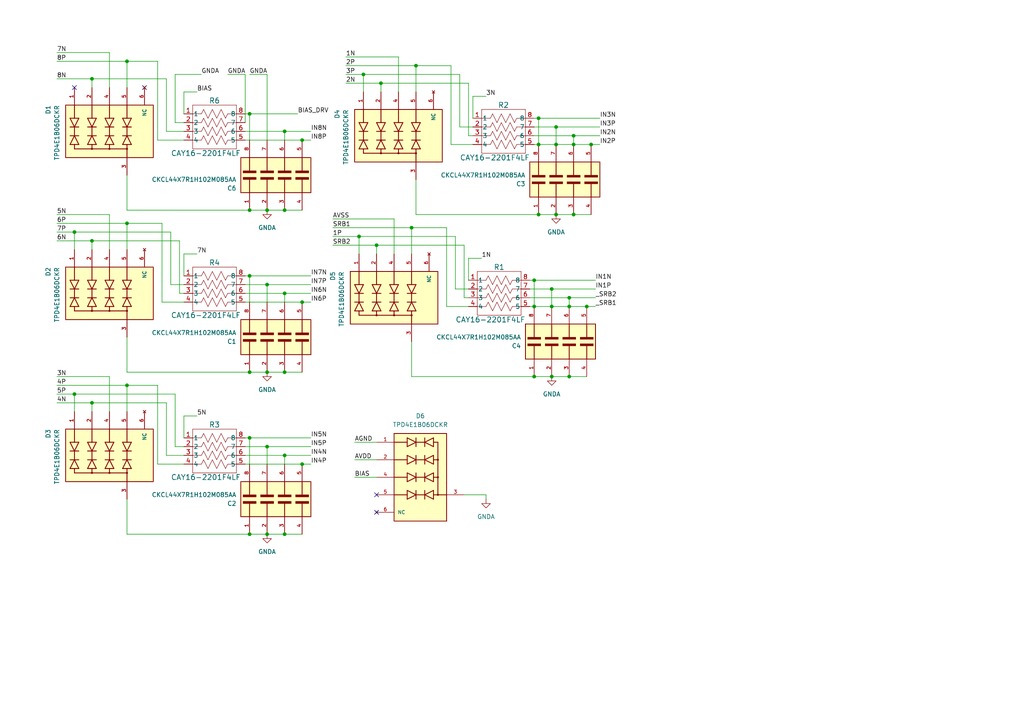
<source format=kicad_sch>
(kicad_sch (version 20230121) (generator eeschema)
  (paper "A4")
  (lib_symbols
    (symbol "CAY16-2201F4LF:CAY16-2201F4LF" (pin_names (offset 0.254))
      (property "Reference" "R" (at 8.382 9.144 0))
      (property "Value" "CAY16-2201F4LF" (at 8.89 5.588 0))
      (symbol "CAY16-2201F4LF_0_1"
        (polyline (pts (xy 2.54 -10.16) (xy 15.24 -10.16)) (stroke (width 0.127)))
        (polyline (pts (xy 2.54 -7.62) (xy 5.08 -7.62)) (stroke (width 0.127)))
        (polyline (pts (xy 2.54 -5.08) (xy 5.08 -5.08)) (stroke (width 0.127)))
        (polyline (pts (xy 2.54 -2.54) (xy 5.08 -2.54)) (stroke (width 0.127)))
        (polyline (pts (xy 2.54 0) (xy 5.08 0)) (stroke (width 0.127)))
        (polyline (pts (xy 2.54 2.54) (xy 2.54 -10.16)) (stroke (width 0.127)))
        (polyline (pts (xy 5.08 -7.62) (xy 5.715 -6.35)) (stroke (width 0.127)))
        (polyline (pts (xy 5.08 -5.08) (xy 5.715 -3.81)) (stroke (width 0.127)))
        (polyline (pts (xy 5.08 -2.54) (xy 5.715 -1.27)) (stroke (width 0.127)))
        (polyline (pts (xy 5.08 0) (xy 5.715 1.27)) (stroke (width 0.127)))
        (polyline (pts (xy 5.715 -6.35) (xy 6.985 -8.89)) (stroke (width 0.127)))
        (polyline (pts (xy 5.715 -3.81) (xy 6.985 -6.35)) (stroke (width 0.127)))
        (polyline (pts (xy 5.715 -1.27) (xy 6.985 -3.81)) (stroke (width 0.127)))
        (polyline (pts (xy 5.715 1.27) (xy 6.985 -1.27)) (stroke (width 0.127)))
        (polyline (pts (xy 6.985 -8.89) (xy 8.255 -6.35)) (stroke (width 0.127)))
        (polyline (pts (xy 6.985 -6.35) (xy 8.255 -3.81)) (stroke (width 0.127)))
        (polyline (pts (xy 6.985 -3.81) (xy 8.255 -1.27)) (stroke (width 0.127)))
        (polyline (pts (xy 6.985 -1.27) (xy 8.255 1.27)) (stroke (width 0.127)))
        (polyline (pts (xy 8.255 -6.35) (xy 9.525 -8.89)) (stroke (width 0.127)))
        (polyline (pts (xy 8.255 -3.81) (xy 9.525 -6.35)) (stroke (width 0.127)))
        (polyline (pts (xy 8.255 -1.27) (xy 9.525 -3.81)) (stroke (width 0.127)))
        (polyline (pts (xy 8.255 1.27) (xy 9.525 -1.27)) (stroke (width 0.127)))
        (polyline (pts (xy 9.525 -8.89) (xy 10.795 -6.35)) (stroke (width 0.127)))
        (polyline (pts (xy 9.525 -6.35) (xy 10.795 -3.81)) (stroke (width 0.127)))
        (polyline (pts (xy 9.525 -3.81) (xy 10.795 -1.27)) (stroke (width 0.127)))
        (polyline (pts (xy 9.525 -1.27) (xy 10.795 1.27)) (stroke (width 0.127)))
        (polyline (pts (xy 10.795 -6.35) (xy 12.065 -8.89)) (stroke (width 0.127)))
        (polyline (pts (xy 10.795 -3.81) (xy 12.065 -6.35)) (stroke (width 0.127)))
        (polyline (pts (xy 10.795 -1.27) (xy 12.065 -3.81)) (stroke (width 0.127)))
        (polyline (pts (xy 10.795 1.27) (xy 12.065 -1.27)) (stroke (width 0.127)))
        (polyline (pts (xy 12.065 -8.89) (xy 12.7 -7.62)) (stroke (width 0.127)))
        (polyline (pts (xy 12.065 -6.35) (xy 12.7 -5.08)) (stroke (width 0.127)))
        (polyline (pts (xy 12.065 -3.81) (xy 12.7 -2.54)) (stroke (width 0.127)))
        (polyline (pts (xy 12.065 -1.27) (xy 12.7 0)) (stroke (width 0.127)))
        (polyline (pts (xy 12.7 -7.62) (xy 15.24 -7.62)) (stroke (width 0.127)))
        (polyline (pts (xy 12.7 -5.08) (xy 15.24 -5.08)) (stroke (width 0.127)))
        (polyline (pts (xy 12.7 -2.54) (xy 15.24 -2.54)) (stroke (width 0.127)))
        (polyline (pts (xy 12.7 0) (xy 15.24 0)) (stroke (width 0.127)))
        (polyline (pts (xy 15.24 2.54) (xy 2.54 2.54)) (stroke (width 0.127)))
        (polyline (pts (xy 15.24 2.54) (xy 15.24 -10.16)) (stroke (width 0.127)))
        (pin unspecified line (at 0 0 0) (length 2.54) (name "1") (number "1"))
        (pin unspecified line (at 0 -2.54 0) (length 2.54) (name "2") (number "2"))
        (pin unspecified line (at 0 -5.08 0) (length 2.54) (name "3") (number "3"))
        (pin unspecified line (at 0 -7.62 0) (length 2.54) (name "4") (number "4"))
        (pin unspecified line (at 17.78 -7.62 180) (length 2.54) (name "5") (number "5"))
        (pin unspecified line (at 17.78 -5.08 180) (length 2.54) (name "6") (number "6"))
        (pin unspecified line (at 17.78 -2.54 180) (length 2.54) (name "7") (number "7"))
        (pin unspecified line (at 17.78 0 180) (length 2.54) (name "8") (number "8"))
      )
    )
    (symbol "CKCL44X7R1H102M085AA:CKCL44X7R1H102M085AA" (pin_names (offset 1.016))
      (property "Reference" "C" (at -5.08 11.43 0))
      (property "Value" "CKCL44X7R1H102M085AA" (at -5.08 -12.7 0))
      (symbol "CKCL44X7R1H102M085AA_0_0"
        (rectangle (start -5.08 -10.16) (end 5.08 10.16) (stroke (width 0.254)) (fill (type background)))
        (rectangle (start -1.27 -9.525) (end -0.635 -5.715) (stroke (width 0.1)) (fill (type outline)))
        (rectangle (start -1.27 -4.445) (end -0.635 -0.635) (stroke (width 0.1)) (fill (type outline)))
        (rectangle (start -1.27 0.635) (end -0.635 4.445) (stroke (width 0.1)) (fill (type outline)))
        (rectangle (start -1.27 5.715) (end -0.635 9.525) (stroke (width 0.1)) (fill (type outline)))
        (polyline (pts (xy -1.27 -7.62) (xy -5.08 -7.62)) (stroke (width 0.254)))
        (polyline (pts (xy -1.27 -2.54) (xy -5.08 -2.54)) (stroke (width 0.254)))
        (polyline (pts (xy -1.27 2.54) (xy -5.08 2.54)) (stroke (width 0.254)))
        (polyline (pts (xy -1.27 7.62) (xy -5.08 7.62)) (stroke (width 0.254)))
        (polyline (pts (xy 1.27 -7.62) (xy 5.08 -7.62)) (stroke (width 0.254)))
        (polyline (pts (xy 1.27 -2.54) (xy 5.08 -2.54)) (stroke (width 0.254)))
        (polyline (pts (xy 1.27 2.54) (xy 5.08 2.54)) (stroke (width 0.254)))
        (polyline (pts (xy 1.27 7.62) (xy 5.08 7.62)) (stroke (width 0.254)))
        (rectangle (start 0.635 -9.525) (end 1.27 -5.715) (stroke (width 0.1)) (fill (type outline)))
        (rectangle (start 0.635 -4.445) (end 1.27 -0.635) (stroke (width 0.1)) (fill (type outline)))
        (rectangle (start 0.635 0.635) (end 1.27 4.445) (stroke (width 0.1)) (fill (type outline)))
        (rectangle (start 0.635 5.715) (end 1.27 9.525) (stroke (width 0.1)) (fill (type outline)))
        (pin passive line (at -10.16 7.62 0) (length 5.08) (name "~") (number "1"))
        (pin passive line (at -10.16 2.54 0) (length 5.08) (name "~") (number "2"))
        (pin passive line (at -10.16 -2.54 0) (length 5.08) (name "~") (number "3"))
        (pin passive line (at -10.16 -7.62 0) (length 5.08) (name "~") (number "4"))
        (pin passive line (at 10.16 -7.62 180) (length 5.08) (name "~") (number "5"))
        (pin passive line (at 10.16 -2.54 180) (length 5.08) (name "~") (number "6"))
        (pin passive line (at 10.16 2.54 180) (length 5.08) (name "~") (number "7"))
        (pin passive line (at 10.16 7.62 180) (length 5.08) (name "~") (number "8"))
      )
    )
    (symbol "TPD4E1B06DCKR:TPD4E1B06DCKR" (pin_names (offset 1.016))
      (property "Reference" "D" (at -7.62 13.208 0))
      (property "Value" "TPD4E1B06DCKR" (at -7.62 -15.24 0))
      (symbol "TPD4E1B06DCKR_0_0"
        (rectangle (start -7.62 -12.7) (end 7.62 12.7) (stroke (width 0.254)) (fill (type background)))
        (polyline (pts (xy -7.62 -5.08) (xy -3.81 -5.08)) (stroke (width 0.254)))
        (polyline (pts (xy -7.62 0) (xy -3.81 0)) (stroke (width 0.254)))
        (polyline (pts (xy -7.62 5.08) (xy -3.81 5.08)) (stroke (width 0.254)))
        (polyline (pts (xy -7.62 10.16) (xy -3.81 10.16)) (stroke (width 0.254)))
        (polyline (pts (xy -3.81 -6.35) (xy -1.27 -5.08)) (stroke (width 0.254)))
        (polyline (pts (xy -3.81 -5.08) (xy -3.81 -6.35)) (stroke (width 0.254)))
        (polyline (pts (xy -3.81 -3.81) (xy -3.81 -5.08)) (stroke (width 0.254)))
        (polyline (pts (xy -3.81 -1.27) (xy -1.27 0)) (stroke (width 0.254)))
        (polyline (pts (xy -3.81 0) (xy -3.81 -1.27)) (stroke (width 0.254)))
        (polyline (pts (xy -3.81 1.27) (xy -3.81 0)) (stroke (width 0.254)))
        (polyline (pts (xy -3.81 3.81) (xy -1.27 5.08)) (stroke (width 0.254)))
        (polyline (pts (xy -3.81 5.08) (xy -3.81 3.81)) (stroke (width 0.254)))
        (polyline (pts (xy -3.81 6.35) (xy -3.81 5.08)) (stroke (width 0.254)))
        (polyline (pts (xy -3.81 8.89) (xy -1.27 10.16)) (stroke (width 0.254)))
        (polyline (pts (xy -3.81 10.16) (xy -3.81 8.89)) (stroke (width 0.254)))
        (polyline (pts (xy -3.81 11.43) (xy -3.81 10.16)) (stroke (width 0.254)))
        (polyline (pts (xy -1.27 -5.08) (xy -3.81 -3.81)) (stroke (width 0.254)))
        (polyline (pts (xy -1.27 -5.08) (xy -1.27 -6.35)) (stroke (width 0.254)))
        (polyline (pts (xy -1.27 -5.08) (xy 1.27 -5.08)) (stroke (width 0.254)))
        (polyline (pts (xy -1.27 -3.81) (xy -1.27 -5.08)) (stroke (width 0.254)))
        (polyline (pts (xy -1.27 0) (xy -3.81 1.27)) (stroke (width 0.254)))
        (polyline (pts (xy -1.27 0) (xy -1.27 -1.27)) (stroke (width 0.254)))
        (polyline (pts (xy -1.27 0) (xy 1.27 0)) (stroke (width 0.254)))
        (polyline (pts (xy -1.27 1.27) (xy -1.27 0)) (stroke (width 0.254)))
        (polyline (pts (xy -1.27 5.08) (xy -3.81 6.35)) (stroke (width 0.254)))
        (polyline (pts (xy -1.27 5.08) (xy -1.27 3.81)) (stroke (width 0.254)))
        (polyline (pts (xy -1.27 5.08) (xy 1.27 5.08)) (stroke (width 0.254)))
        (polyline (pts (xy -1.27 6.35) (xy -1.27 5.08)) (stroke (width 0.254)))
        (polyline (pts (xy -1.27 10.16) (xy -3.81 11.43)) (stroke (width 0.254)))
        (polyline (pts (xy -1.27 10.16) (xy -1.27 8.89)) (stroke (width 0.254)))
        (polyline (pts (xy -1.27 10.16) (xy 1.27 10.16)) (stroke (width 0.254)))
        (polyline (pts (xy -1.27 11.43) (xy -1.27 10.16)) (stroke (width 0.254)))
        (polyline (pts (xy 1.27 -6.35) (xy 1.27 -5.08)) (stroke (width 0.254)))
        (polyline (pts (xy 1.27 -5.08) (xy 1.27 -3.81)) (stroke (width 0.254)))
        (polyline (pts (xy 1.27 -5.08) (xy 3.81 -6.35)) (stroke (width 0.254)))
        (polyline (pts (xy 1.27 -1.27) (xy 1.27 0)) (stroke (width 0.254)))
        (polyline (pts (xy 1.27 0) (xy 1.27 1.27)) (stroke (width 0.254)))
        (polyline (pts (xy 1.27 0) (xy 3.81 -1.27)) (stroke (width 0.254)))
        (polyline (pts (xy 1.27 3.81) (xy 1.27 5.08)) (stroke (width 0.254)))
        (polyline (pts (xy 1.27 5.08) (xy 1.27 6.35)) (stroke (width 0.254)))
        (polyline (pts (xy 1.27 5.08) (xy 3.81 3.81)) (stroke (width 0.254)))
        (polyline (pts (xy 1.27 8.89) (xy 1.27 10.16)) (stroke (width 0.254)))
        (polyline (pts (xy 1.27 10.16) (xy 1.27 11.43)) (stroke (width 0.254)))
        (polyline (pts (xy 1.27 10.16) (xy 3.81 8.89)) (stroke (width 0.254)))
        (polyline (pts (xy 3.81 -6.35) (xy 3.81 -5.08)) (stroke (width 0.254)))
        (polyline (pts (xy 3.81 -5.08) (xy 3.81 -3.81)) (stroke (width 0.254)))
        (polyline (pts (xy 3.81 -3.81) (xy 1.27 -5.08)) (stroke (width 0.254)))
        (polyline (pts (xy 3.81 -1.27) (xy 3.81 0)) (stroke (width 0.254)))
        (polyline (pts (xy 3.81 0) (xy 3.81 1.27)) (stroke (width 0.254)))
        (polyline (pts (xy 3.81 1.27) (xy 1.27 0)) (stroke (width 0.254)))
        (polyline (pts (xy 3.81 3.81) (xy 3.81 5.08)) (stroke (width 0.254)))
        (polyline (pts (xy 3.81 5.08) (xy 3.81 6.35)) (stroke (width 0.254)))
        (polyline (pts (xy 3.81 6.35) (xy 1.27 5.08)) (stroke (width 0.254)))
        (polyline (pts (xy 3.81 8.89) (xy 3.81 10.16)) (stroke (width 0.254)))
        (polyline (pts (xy 3.81 10.16) (xy 3.81 11.43)) (stroke (width 0.254)))
        (polyline (pts (xy 3.81 10.16) (xy 5.08 10.16)) (stroke (width 0.254)))
        (polyline (pts (xy 3.81 11.43) (xy 1.27 10.16)) (stroke (width 0.254)))
        (polyline (pts (xy 5.08 -5.08) (xy 3.81 -5.08)) (stroke (width 0.254)))
        (polyline (pts (xy 5.08 -5.08) (xy 7.62 -5.08)) (stroke (width 0.254)))
        (polyline (pts (xy 5.08 0) (xy 3.81 0)) (stroke (width 0.254)))
        (polyline (pts (xy 5.08 0) (xy 5.08 -5.08)) (stroke (width 0.254)))
        (polyline (pts (xy 5.08 5.08) (xy 3.81 5.08)) (stroke (width 0.254)))
        (polyline (pts (xy 5.08 5.08) (xy 5.08 0)) (stroke (width 0.254)))
        (polyline (pts (xy 5.08 10.16) (xy 5.08 5.08)) (stroke (width 0.254)))
        (circle (center 5.08 -5.08) (radius 0.15) (stroke (width 0.3)))
        (circle (center 5.08 0) (radius 0.15) (stroke (width 0.3)))
        (circle (center 5.08 5.08) (radius 0.15) (stroke (width 0.3)))
        (pin bidirectional line (at -12.7 10.16 0) (length 5.08) (name "~") (number "1"))
        (pin bidirectional line (at -12.7 5.08 0) (length 5.08) (name "~") (number "2"))
        (pin power_in line (at 12.7 -5.08 180) (length 5.08) (name "~") (number "3"))
        (pin bidirectional line (at -12.7 0 0) (length 5.08) (name "~") (number "4"))
        (pin bidirectional line (at -12.7 -5.08 0) (length 5.08) (name "~") (number "5"))
        (pin no_connect line (at -12.7 -10.16 0) (length 5.08) (name "NC") (number "6"))
      )
    )
    (symbol "power:GNDA" (power) (pin_names (offset 0))
      (property "Value" "GNDA" (at 0 -3.81 0))
      (symbol "GNDA_0_1"
        (polyline (pts (xy 0 0) (xy 0 -1.27) (xy 1.27 -1.27) (xy 0 -2.54) (xy -1.27 -1.27) (xy 0 -1.27)))
      )
      (symbol "GNDA_1_1"
        (pin power_in line (at 0 0 270) (length 0) hide (name "GNDA") (number "1"))
      )
    )
  )
  (junction (at 160.02 88.9))
  (junction (at 36.83 111.76))
  (junction (at 21.59 67.31))
  (junction (at 82.55 107.95))
  (junction (at 166.37 62.23))
  (junction (at 82.55 38.1))
  (junction (at 105.41 21.59))
  (junction (at 72.39 107.95))
  (junction (at 156.21 62.23))
  (junction (at 87.63 87.63))
  (junction (at 77.47 107.95))
  (junction (at 82.55 85.09))
  (junction (at 26.67 69.85))
  (junction (at 82.55 60.96))
  (junction (at 154.94 81.28))
  (junction (at 171.45 41.91))
  (junction (at 156.21 34.29))
  (junction (at 82.55 154.94))
  (junction (at 26.67 22.86))
  (junction (at 72.39 60.96))
  (junction (at 104.14 68.58))
  (junction (at 166.37 41.91))
  (junction (at 26.67 116.84))
  (junction (at 166.37 39.37))
  (junction (at 119.38 66.04))
  (junction (at 161.29 36.83))
  (junction (at 120.65 19.05))
  (junction (at 87.63 134.62))
  (junction (at 77.47 154.94))
  (junction (at 161.29 62.23))
  (junction (at 36.83 17.78))
  (junction (at 160.02 83.82))
  (junction (at 87.63 40.64))
  (junction (at 165.1 86.36))
  (junction (at 82.55 132.08))
  (junction (at 160.02 109.22))
  (junction (at 72.39 80.01))
  (junction (at 21.59 114.3))
  (junction (at 170.18 88.9))
  (junction (at 77.47 60.96))
  (junction (at 77.47 129.54))
  (junction (at 109.22 71.12))
  (junction (at 165.1 109.22))
  (junction (at 156.21 41.91))
  (junction (at 72.39 33.02))
  (junction (at 110.49 24.13))
  (junction (at 161.29 41.91))
  (junction (at 77.47 82.55))
  (junction (at 36.83 64.77))
  (junction (at 154.94 88.9))
  (junction (at 72.39 154.94))
  (junction (at 154.94 109.22))
  (junction (at 165.1 88.9))
  (junction (at 72.39 127))
  (no_connect (at 109.22 148.59))
  (no_connect (at 21.59 25.4))
  (no_connect (at 109.22 143.51))
  (no_connect (at 41.91 25.4))
  (wire (pts (xy 26.67 116.84) (xy 48.26 116.84)))
  (wire (pts (xy 130.81 41.91) (xy 137.16 41.91)))
  (wire (pts (xy 72.39 80.01) (xy 72.39 87.63)))
  (wire (pts (xy 36.83 25.4) (xy 36.83 17.78)))
  (wire (pts (xy 49.53 67.31) (xy 49.53 82.55)))
  (wire (pts (xy 119.38 109.22) (xy 154.94 109.22)))
  (wire (pts (xy 36.83 64.77) (xy 46.99 64.77)))
  (wire (pts (xy 154.94 39.37) (xy 166.37 39.37)))
  (wire (pts (xy 115.57 26.67) (xy 115.57 16.51)))
  (wire (pts (xy 31.75 25.4) (xy 31.75 15.24)))
  (wire (pts (xy 52.07 69.85) (xy 52.07 85.09)))
  (wire (pts (xy 153.67 88.9) (xy 154.94 88.9)))
  (wire (pts (xy 120.65 52.07) (xy 120.65 62.23)))
  (wire (pts (xy 82.55 60.96) (xy 87.63 60.96)))
  (wire (pts (xy 156.21 34.29) (xy 173.99 34.29)))
  (wire (pts (xy 46.99 87.63) (xy 53.34 87.63)))
  (wire (pts (xy 119.38 66.04) (xy 129.54 66.04)))
  (wire (pts (xy 21.59 114.3) (xy 50.8 114.3)))
  (wire (pts (xy 36.83 72.39) (xy 36.83 64.77)))
  (wire (pts (xy 166.37 39.37) (xy 173.99 39.37)))
  (wire (pts (xy 120.65 62.23) (xy 156.21 62.23)))
  (wire (pts (xy 77.47 129.54) (xy 90.17 129.54)))
  (wire (pts (xy 16.51 67.31) (xy 21.59 67.31)))
  (wire (pts (xy 16.51 64.77) (xy 36.83 64.77)))
  (wire (pts (xy 71.12 38.1) (xy 82.55 38.1)))
  (wire (pts (xy 71.12 82.55) (xy 77.47 82.55)))
  (wire (pts (xy 140.97 143.51) (xy 140.97 144.78)))
  (wire (pts (xy 52.07 85.09) (xy 53.34 85.09)))
  (wire (pts (xy 36.83 107.95) (xy 72.39 107.95)))
  (wire (pts (xy 154.94 34.29) (xy 156.21 34.29)))
  (wire (pts (xy 109.22 71.12) (xy 134.62 71.12)))
  (wire (pts (xy 72.39 107.95) (xy 77.47 107.95)))
  (wire (pts (xy 82.55 38.1) (xy 82.55 40.64)))
  (wire (pts (xy 105.41 21.59) (xy 133.35 21.59)))
  (wire (pts (xy 87.63 87.63) (xy 90.17 87.63)))
  (wire (pts (xy 154.94 81.28) (xy 172.72 81.28)))
  (wire (pts (xy 26.67 22.86) (xy 48.26 22.86)))
  (wire (pts (xy 31.75 62.23) (xy 16.51 62.23)))
  (wire (pts (xy 161.29 36.83) (xy 173.99 36.83)))
  (wire (pts (xy 102.87 133.35) (xy 109.22 133.35)))
  (wire (pts (xy 102.87 128.27) (xy 109.22 128.27)))
  (wire (pts (xy 165.1 88.9) (xy 170.18 88.9)))
  (wire (pts (xy 26.67 72.39) (xy 26.67 69.85)))
  (wire (pts (xy 135.89 24.13) (xy 135.89 39.37)))
  (wire (pts (xy 161.29 62.23) (xy 166.37 62.23)))
  (wire (pts (xy 71.12 40.64) (xy 87.63 40.64)))
  (wire (pts (xy 100.33 24.13) (xy 110.49 24.13)))
  (wire (pts (xy 77.47 82.55) (xy 90.17 82.55)))
  (wire (pts (xy 104.14 73.66) (xy 104.14 68.58)))
  (wire (pts (xy 53.34 26.67) (xy 57.15 26.67)))
  (wire (pts (xy 165.1 86.36) (xy 172.72 86.36)))
  (wire (pts (xy 119.38 73.66) (xy 119.38 66.04)))
  (wire (pts (xy 45.72 134.62) (xy 53.34 134.62)))
  (wire (pts (xy 153.67 83.82) (xy 160.02 83.82)))
  (wire (pts (xy 154.94 109.22) (xy 160.02 109.22)))
  (wire (pts (xy 66.04 21.59) (xy 71.12 21.59)))
  (wire (pts (xy 166.37 62.23) (xy 171.45 62.23)))
  (wire (pts (xy 153.67 86.36) (xy 165.1 86.36)))
  (wire (pts (xy 134.62 71.12) (xy 134.62 86.36)))
  (wire (pts (xy 160.02 88.9) (xy 165.1 88.9)))
  (wire (pts (xy 154.94 88.9) (xy 160.02 88.9)))
  (wire (pts (xy 53.34 33.02) (xy 53.34 26.67)))
  (wire (pts (xy 72.39 21.59) (xy 77.47 21.59)))
  (wire (pts (xy 114.3 63.5) (xy 96.52 63.5)))
  (wire (pts (xy 166.37 41.91) (xy 171.45 41.91)))
  (wire (pts (xy 96.52 71.12) (xy 109.22 71.12)))
  (wire (pts (xy 31.75 109.22) (xy 16.51 109.22)))
  (wire (pts (xy 133.35 36.83) (xy 137.16 36.83)))
  (wire (pts (xy 46.99 64.77) (xy 46.99 87.63)))
  (wire (pts (xy 129.54 88.9) (xy 135.89 88.9)))
  (wire (pts (xy 154.94 81.28) (xy 154.94 88.9)))
  (wire (pts (xy 82.55 38.1) (xy 90.17 38.1)))
  (wire (pts (xy 132.08 83.82) (xy 135.89 83.82)))
  (wire (pts (xy 77.47 107.95) (xy 82.55 107.95)))
  (wire (pts (xy 82.55 132.08) (xy 82.55 134.62)))
  (wire (pts (xy 21.59 119.38) (xy 21.59 114.3)))
  (wire (pts (xy 48.26 116.84) (xy 48.26 132.08)))
  (wire (pts (xy 71.12 134.62) (xy 87.63 134.62)))
  (wire (pts (xy 48.26 38.1) (xy 53.34 38.1)))
  (wire (pts (xy 50.8 35.56) (xy 53.34 35.56)))
  (wire (pts (xy 156.21 41.91) (xy 161.29 41.91)))
  (wire (pts (xy 133.35 21.59) (xy 133.35 36.83)))
  (wire (pts (xy 21.59 72.39) (xy 21.59 67.31)))
  (wire (pts (xy 31.75 15.24) (xy 16.51 15.24)))
  (wire (pts (xy 36.83 119.38) (xy 36.83 111.76)))
  (wire (pts (xy 105.41 26.67) (xy 105.41 21.59)))
  (wire (pts (xy 160.02 83.82) (xy 172.72 83.82)))
  (wire (pts (xy 36.83 17.78) (xy 45.72 17.78)))
  (wire (pts (xy 72.39 33.02) (xy 72.39 40.64)))
  (wire (pts (xy 160.02 109.22) (xy 165.1 109.22)))
  (wire (pts (xy 82.55 154.94) (xy 87.63 154.94)))
  (wire (pts (xy 137.16 34.29) (xy 137.16 27.94)))
  (wire (pts (xy 16.51 111.76) (xy 36.83 111.76)))
  (wire (pts (xy 50.8 129.54) (xy 53.34 129.54)))
  (wire (pts (xy 109.22 73.66) (xy 109.22 71.12)))
  (wire (pts (xy 166.37 39.37) (xy 166.37 41.91)))
  (wire (pts (xy 50.8 21.59) (xy 50.8 35.56)))
  (wire (pts (xy 72.39 154.94) (xy 77.47 154.94)))
  (wire (pts (xy 31.75 72.39) (xy 31.75 62.23)))
  (wire (pts (xy 104.14 68.58) (xy 132.08 68.58)))
  (wire (pts (xy 134.62 86.36) (xy 135.89 86.36)))
  (wire (pts (xy 77.47 154.94) (xy 82.55 154.94)))
  (wire (pts (xy 45.72 111.76) (xy 45.72 134.62)))
  (wire (pts (xy 77.47 129.54) (xy 77.47 134.62)))
  (wire (pts (xy 87.63 40.64) (xy 90.17 40.64)))
  (wire (pts (xy 71.12 87.63) (xy 87.63 87.63)))
  (wire (pts (xy 21.59 67.31) (xy 49.53 67.31)))
  (wire (pts (xy 115.57 16.51) (xy 100.33 16.51)))
  (wire (pts (xy 114.3 73.66) (xy 114.3 63.5)))
  (wire (pts (xy 53.34 80.01) (xy 53.34 73.66)))
  (wire (pts (xy 100.33 19.05) (xy 120.65 19.05)))
  (wire (pts (xy 135.89 74.93) (xy 139.7 74.93)))
  (wire (pts (xy 71.12 127) (xy 72.39 127)))
  (wire (pts (xy 72.39 127) (xy 72.39 134.62)))
  (wire (pts (xy 45.72 17.78) (xy 45.72 40.64)))
  (wire (pts (xy 135.89 39.37) (xy 137.16 39.37)))
  (wire (pts (xy 82.55 107.95) (xy 87.63 107.95)))
  (wire (pts (xy 96.52 68.58) (xy 104.14 68.58)))
  (wire (pts (xy 71.12 85.09) (xy 82.55 85.09)))
  (wire (pts (xy 36.83 97.79) (xy 36.83 107.95)))
  (wire (pts (xy 129.54 66.04) (xy 129.54 88.9)))
  (wire (pts (xy 72.39 60.96) (xy 77.47 60.96)))
  (wire (pts (xy 153.67 81.28) (xy 154.94 81.28)))
  (wire (pts (xy 26.67 25.4) (xy 26.67 22.86)))
  (wire (pts (xy 26.67 119.38) (xy 26.67 116.84)))
  (wire (pts (xy 36.83 111.76) (xy 45.72 111.76)))
  (wire (pts (xy 26.67 69.85) (xy 52.07 69.85)))
  (wire (pts (xy 165.1 109.22) (xy 170.18 109.22)))
  (wire (pts (xy 160.02 83.82) (xy 160.02 88.9)))
  (wire (pts (xy 36.83 154.94) (xy 72.39 154.94)))
  (wire (pts (xy 72.39 33.02) (xy 86.36 33.02)))
  (wire (pts (xy 71.12 80.01) (xy 72.39 80.01)))
  (wire (pts (xy 72.39 80.01) (xy 90.17 80.01)))
  (wire (pts (xy 120.65 26.67) (xy 120.65 19.05)))
  (wire (pts (xy 96.52 66.04) (xy 119.38 66.04)))
  (wire (pts (xy 36.83 144.78) (xy 36.83 154.94)))
  (wire (pts (xy 71.12 33.02) (xy 72.39 33.02)))
  (wire (pts (xy 77.47 21.59) (xy 77.47 40.64)))
  (wire (pts (xy 50.8 114.3) (xy 50.8 129.54)))
  (wire (pts (xy 16.51 114.3) (xy 21.59 114.3)))
  (wire (pts (xy 156.21 62.23) (xy 161.29 62.23)))
  (wire (pts (xy 53.34 127) (xy 53.34 120.65)))
  (wire (pts (xy 77.47 82.55) (xy 77.47 87.63)))
  (wire (pts (xy 154.94 36.83) (xy 161.29 36.83)))
  (wire (pts (xy 36.83 60.96) (xy 72.39 60.96)))
  (wire (pts (xy 45.72 40.64) (xy 53.34 40.64)))
  (wire (pts (xy 48.26 132.08) (xy 53.34 132.08)))
  (wire (pts (xy 119.38 99.06) (xy 119.38 109.22)))
  (wire (pts (xy 16.51 22.86) (xy 26.67 22.86)))
  (wire (pts (xy 156.21 34.29) (xy 156.21 41.91)))
  (wire (pts (xy 16.51 17.78) (xy 36.83 17.78)))
  (wire (pts (xy 110.49 26.67) (xy 110.49 24.13)))
  (wire (pts (xy 50.8 21.59) (xy 58.42 21.59)))
  (wire (pts (xy 82.55 85.09) (xy 90.17 85.09)))
  (wire (pts (xy 82.55 132.08) (xy 90.17 132.08)))
  (wire (pts (xy 82.55 85.09) (xy 82.55 87.63)))
  (wire (pts (xy 16.51 69.85) (xy 26.67 69.85)))
  (wire (pts (xy 161.29 36.83) (xy 161.29 41.91)))
  (wire (pts (xy 170.18 88.9) (xy 172.72 88.9)))
  (wire (pts (xy 87.63 134.62) (xy 90.17 134.62)))
  (wire (pts (xy 53.34 120.65) (xy 57.15 120.65)))
  (wire (pts (xy 36.83 50.8) (xy 36.83 60.96)))
  (wire (pts (xy 135.89 81.28) (xy 135.89 74.93)))
  (wire (pts (xy 102.87 138.43) (xy 109.22 138.43)))
  (wire (pts (xy 48.26 22.86) (xy 48.26 38.1)))
  (wire (pts (xy 49.53 82.55) (xy 53.34 82.55)))
  (wire (pts (xy 132.08 68.58) (xy 132.08 83.82)))
  (wire (pts (xy 71.12 132.08) (xy 82.55 132.08)))
  (wire (pts (xy 53.34 73.66) (xy 57.15 73.66)))
  (wire (pts (xy 130.81 19.05) (xy 130.81 41.91)))
  (wire (pts (xy 77.47 60.96) (xy 82.55 60.96)))
  (wire (pts (xy 31.75 119.38) (xy 31.75 109.22)))
  (wire (pts (xy 120.65 19.05) (xy 130.81 19.05)))
  (wire (pts (xy 154.94 41.91) (xy 156.21 41.91)))
  (wire (pts (xy 16.51 116.84) (xy 26.67 116.84)))
  (wire (pts (xy 171.45 41.91) (xy 173.99 41.91)))
  (wire (pts (xy 161.29 41.91) (xy 166.37 41.91)))
  (wire (pts (xy 110.49 24.13) (xy 135.89 24.13)))
  (wire (pts (xy 137.16 27.94) (xy 140.97 27.94)))
  (wire (pts (xy 134.62 143.51) (xy 140.97 143.51)))
  (wire (pts (xy 100.33 21.59) (xy 105.41 21.59)))
  (wire (pts (xy 165.1 86.36) (xy 165.1 88.9)))
  (wire (pts (xy 71.12 21.59) (xy 71.12 35.56)))
  (wire (pts (xy 72.39 127) (xy 90.17 127)))
  (wire (pts (xy 71.12 129.54) (xy 77.47 129.54)))
  (label "GNDA" (at 66.04 21.59 0))
  (label "GNDA" (at 72.39 21.59 0))
  (label "IN8P" (at 90.17 40.64 0))
  (label "SRB2" (at 96.52 71.12 0))
  (label "IN2N" (at 173.99 39.37 0))
  (label "1N" (at 100.33 16.51 0))
  (label "2P" (at 100.33 19.05 0))
  (label "_SRB2" (at 172.72 86.36 0))
  (label "AVDD" (at 102.87 133.35 0))
  (label "5N" (at 16.51 62.23 0))
  (label "AVSS" (at 96.52 63.5 0))
  (label "IN4P" (at 90.17 134.62 0))
  (label "5P" (at 16.51 114.3 0))
  (label "AGND" (at 102.87 128.27 0))
  (label "1P" (at 96.52 68.58 0))
  (label "GNDA" (at 58.42 21.59 0))
  (label "IN2P" (at 173.99 41.91 0))
  (label "IN1P" (at 172.72 83.82 0))
  (label "7N" (at 16.51 15.24 0))
  (label "IN5P" (at 90.17 129.54 0))
  (label "IN1N" (at 172.72 81.28 0))
  (label "4P" (at 16.51 111.76 0))
  (label "8P" (at 16.51 17.78 0))
  (label "6P" (at 16.51 64.77 0))
  (label "IN3N" (at 173.99 34.29 0))
  (label "IN6N" (at 90.17 85.09 0))
  (label "2N" (at 100.33 24.13 0))
  (label "BIAS_DRV" (at 86.36 33.02 0))
  (label "3P" (at 100.33 21.59 0))
  (label "7P" (at 16.51 67.31 0))
  (label "1N" (at 139.7 74.93 0))
  (label "BIAS" (at 102.87 138.43 0))
  (label "3N" (at 140.97 27.94 0))
  (label "BIAS" (at 57.15 26.67 0))
  (label "IN5N" (at 90.17 127 0))
  (label "5N" (at 57.15 120.65 0))
  (label "SRB1" (at 96.52 66.04 0))
  (label "7N" (at 57.15 73.66 0))
  (label "3N" (at 16.51 109.22 0))
  (label "6N" (at 16.51 69.85 0))
  (label "_SRB1" (at 172.72 88.9 0))
  (label "IN7N" (at 90.17 80.01 0))
  (label "8N" (at 16.51 22.86 0))
  (label "IN4N" (at 90.17 132.08 0))
  (label "4N" (at 16.51 116.84 0))
  (label "IN8N" (at 90.17 38.1 0))
  (label "IN7P" (at 90.17 82.55 0))
  (label "IN3P" (at 173.99 36.83 0))
  (label "IN6P" (at 90.17 87.63 0))
  (symbol (lib_id "CKCL44X7R1H102M085AA:CKCL44X7R1H102M085AA") (at 80.01 97.79 90) (unit 1)
    (property "Reference" "C1" (at 68.58 99.06 90) (effects (justify left)))
    (property "Value" "CKCL44X7R1H102M085AA" (at 68.58 96.52 90) (effects (justify left)))
    (property "Footprint" "CKCL44X7R1H102M085AA:CAPCAF50P200X125X85-8" (effects hide))
    (property "MF" "TDK" (effects hide))
    (property "MAXIMUM_PACKAGE_HEIGHT" "0.85 mm" (effects hide))
    (property "Package" "0805 TDK Corporation" (effects hide))
    (property "Price" "None" (effects hide))
    (property "Check_prices" "https://www.snapeda.com/parts/CKCL44X7R1H102M085AA/TDK-Lambda+Americas+Inc/view-part/?ref=eda" (effects hide))
    (property "STANDARD" "Manufacturer Recommendations" (effects hide))
    (property "PARTREV" "Dec 2014" (effects hide))
    (property "SnapEDA_Link" "https://www.snapeda.com/parts/CKCL44X7R1H102M085AA/TDK-Lambda+Americas+Inc/view-part/?ref=snap" (effects hide))
    (property "MP" "CKCL44X7R1H102M085AA" (effects hide))
    (property "Description" "\n1000pF Isolated Capacitor Array 50V X7R 0805 (2012 Metric)\n" (effects hide))
    (property "Availability" "In Stock" (effects hide))
    (property "MANUFACTURER" "TDK" (effects hide))
  )
  (symbol (lib_id "CKCL44X7R1H102M085AA:CKCL44X7R1H102M085AA") (at 162.56 99.06 90) (unit 1)
    (property "Reference" "C4" (at 151.13 100.33 90) (effects (justify left)))
    (property "Value" "CKCL44X7R1H102M085AA" (at 151.13 97.79 90) (effects (justify left)))
    (property "Footprint" "CKCL44X7R1H102M085AA:CAPCAF50P200X125X85-8" (effects hide))
    (property "MF" "TDK" (effects hide))
    (property "MAXIMUM_PACKAGE_HEIGHT" "0.85 mm" (effects hide))
    (property "Package" "0805 TDK Corporation" (effects hide))
    (property "Price" "None" (effects hide))
    (property "Check_prices" "https://www.snapeda.com/parts/CKCL44X7R1H102M085AA/TDK-Lambda+Americas+Inc/view-part/?ref=eda" (effects hide))
    (property "STANDARD" "Manufacturer Recommendations" (effects hide))
    (property "PARTREV" "Dec 2014" (effects hide))
    (property "SnapEDA_Link" "https://www.snapeda.com/parts/CKCL44X7R1H102M085AA/TDK-Lambda+Americas+Inc/view-part/?ref=snap" (effects hide))
    (property "MP" "CKCL44X7R1H102M085AA" (effects hide))
    (property "Description" "\n1000pF Isolated Capacitor Array 50V X7R 0805 (2012 Metric)\n" (effects hide))
    (property "Availability" "In Stock" (effects hide))
    (property "MANUFACTURER" "TDK" (effects hide))
  )
  (symbol (lib_id "TPD4E1B06DCKR:TPD4E1B06DCKR") (at 115.57 39.37 90) (mirror x) (unit 1)
    (property "Reference" "D4" (at 97.79 31.75 0) (effects (justify left)))
    (property "Value" "TPD4E1B06DCKR" (at 100.33 31.75 0) (effects (justify left)))
    (property "Footprint" "TPD4E1B06DCKR:TVS_TPD4E1B06DCKR" (effects hide))
    (property "MF" "Texas Instruments" (effects hide))
    (property "MAXIMUM_PACKAGE_HEIGHT" "1.1 mm" (effects hide))
    (property "Package" "SOT-SC70-6 Texas Instruments" (effects hide))
    (property "Price" "None" (effects hide))
    (property "Check_prices" "https://www.snapeda.com/parts/TPD4E1B06DCKR/Texas+Instruments/view-part/?ref=eda" (effects hide))
    (property "STANDARD" "Manufacturer Recommendations" (effects hide))
    (property "PARTREV" "C" (effects hide))
    (property "SnapEDA_Link" "https://www.snapeda.com/parts/TPD4E1B06DCKR/Texas+Instruments/view-part/?ref=snap" (effects hide))
    (property "MP" "TPD4E1B06DCKR" (effects hide))
    (property "Purchase-URL" "https://www.snapeda.com/api/url_track_click_mouser/?unipart_id=46121&manufacturer=Texas Instruments&part_name=TPD4E1B06DCKR&search_term=tpd4e1b06dckr" (effects hide))
    (property "Description" "\nQuad 0.7-pF, ±5.5-V, ±12-kV ESD protection diode with 0.5-nA max leakage in SOT & SC70 packages\n" (effects hide))
    (property "MANUFACTURER" "Texas Instruments" (effects hide))
    (property "Availability" "In Stock" (effects hide))
    (property "SNAPEDA_PN" "TPD4E1B06DCKR" (effects hide))
  )
  (symbol (lib_id "power:GNDA") (at 77.47 154.94 0) (unit 1)
    (property "Reference" "#PWR06" (effects hide))
    (property "Value" "GNDA" (at 77.47 160.02 0))
  )
  (symbol (lib_id "power:GNDA") (at 160.02 109.22 0) (unit 1)
    (property "Reference" "#PWR05" (effects hide))
    (property "Value" "GNDA" (at 160.02 114.3 0))
  )
  (symbol (lib_id "CAY16-2201F4LF:CAY16-2201F4LF") (at 137.16 34.29 0) (unit 1)
    (property "Reference" "R2" (at 146.05 30.48 0) (effects (font (size 1.524 1.524))))
    (property "Value" "CAY16-2201F4LF" (at 143.51 45.72 0) (effects (font (size 1.524 1.524))))
    (property "Footprint" "CAY16_BRN" (effects hide))
    (property "Datasheet" "CAY16-2201F4LF" (effects hide))
  )
  (symbol (lib_id "power:GNDA") (at 161.29 62.23 0) (unit 1)
    (property "Reference" "#PWR03" (effects hide))
    (property "Value" "GNDA" (at 161.29 67.31 0))
  )
  (symbol (lib_id "CAY16-2201F4LF:CAY16-2201F4LF") (at 53.34 127 0) (unit 1)
    (property "Reference" "R3" (at 62.23 123.19 0) (effects (font (size 1.524 1.524))))
    (property "Value" "CAY16-2201F4LF" (at 59.69 138.43 0) (effects (font (size 1.524 1.524))))
    (property "Footprint" "CAY16_BRN" (effects hide))
    (property "Datasheet" "CAY16-2201F4LF" (effects hide))
  )
  (symbol (lib_id "CKCL44X7R1H102M085AA:CKCL44X7R1H102M085AA") (at 163.83 52.07 90) (unit 1)
    (property "Reference" "C3" (at 152.4 53.34 90) (effects (justify left)))
    (property "Value" "CKCL44X7R1H102M085AA" (at 152.4 50.8 90) (effects (justify left)))
    (property "Footprint" "CKCL44X7R1H102M085AA:CAPCAF50P200X125X85-8" (effects hide))
    (property "MF" "TDK" (effects hide))
    (property "MAXIMUM_PACKAGE_HEIGHT" "0.85 mm" (effects hide))
    (property "Package" "0805 TDK Corporation" (effects hide))
    (property "Price" "None" (effects hide))
    (property "Check_prices" "https://www.snapeda.com/parts/CKCL44X7R1H102M085AA/TDK-Lambda+Americas+Inc/view-part/?ref=eda" (effects hide))
    (property "STANDARD" "Manufacturer Recommendations" (effects hide))
    (property "PARTREV" "Dec 2014" (effects hide))
    (property "SnapEDA_Link" "https://www.snapeda.com/parts/CKCL44X7R1H102M085AA/TDK-Lambda+Americas+Inc/view-part/?ref=snap" (effects hide))
    (property "MP" "CKCL44X7R1H102M085AA" (effects hide))
    (property "Description" "\n1000pF Isolated Capacitor Array 50V X7R 0805 (2012 Metric)\n" (effects hide))
    (property "Availability" "In Stock" (effects hide))
    (property "MANUFACTURER" "TDK" (effects hide))
  )
  (symbol (lib_id "CAY16-2201F4LF:CAY16-2201F4LF") (at 53.34 33.02 0) (unit 1)
    (property "Reference" "R6" (at 62.23 29.21 0) (effects (font (size 1.524 1.524))))
    (property "Value" "CAY16-2201F4LF" (at 59.69 44.45 0) (effects (font (size 1.524 1.524))))
    (property "Footprint" "CAY16_BRN" (effects hide))
    (property "Datasheet" "CAY16-2201F4LF" (effects hide))
  )
  (symbol (lib_id "power:GNDA") (at 140.97 144.78 0) (unit 1)
    (property "Reference" "#PWR01" (effects hide))
    (property "Value" "GNDA" (at 140.97 149.86 0))
  )
  (symbol (lib_id "TPD4E1B06DCKR:TPD4E1B06DCKR") (at 114.3 86.36 90) (mirror x) (unit 1)
    (property "Reference" "D5" (at 96.52 78.74 0) (effects (justify left)))
    (property "Value" "TPD4E1B06DCKR" (at 99.06 78.74 0) (effects (justify left)))
    (property "Footprint" "TPD4E1B06DCKR:TVS_TPD4E1B06DCKR" (effects hide))
    (property "MF" "Texas Instruments" (effects hide))
    (property "MAXIMUM_PACKAGE_HEIGHT" "1.1 mm" (effects hide))
    (property "Package" "SOT-SC70-6 Texas Instruments" (effects hide))
    (property "Price" "None" (effects hide))
    (property "Check_prices" "https://www.snapeda.com/parts/TPD4E1B06DCKR/Texas+Instruments/view-part/?ref=eda" (effects hide))
    (property "STANDARD" "Manufacturer Recommendations" (effects hide))
    (property "PARTREV" "C" (effects hide))
    (property "SnapEDA_Link" "https://www.snapeda.com/parts/TPD4E1B06DCKR/Texas+Instruments/view-part/?ref=snap" (effects hide))
    (property "MP" "TPD4E1B06DCKR" (effects hide))
    (property "Purchase-URL" "https://www.snapeda.com/api/url_track_click_mouser/?unipart_id=46121&manufacturer=Texas Instruments&part_name=TPD4E1B06DCKR&search_term=tpd4e1b06dckr" (effects hide))
    (property "Description" "\nQuad 0.7-pF, ±5.5-V, ±12-kV ESD protection diode with 0.5-nA max leakage in SOT & SC70 packages\n" (effects hide))
    (property "MANUFACTURER" "Texas Instruments" (effects hide))
    (property "Availability" "In Stock" (effects hide))
    (property "SNAPEDA_PN" "TPD4E1B06DCKR" (effects hide))
  )
  (symbol (lib_id "CAY16-2201F4LF:CAY16-2201F4LF") (at 135.89 81.28 0) (unit 1)
    (property "Reference" "R1" (at 144.78 77.47 0) (effects (font (size 1.524 1.524))))
    (property "Value" "CAY16-2201F4LF" (at 142.24 92.71 0) (effects (font (size 1.524 1.524))))
    (property "Footprint" "CAY16_BRN" (effects hide))
    (property "Datasheet" "CAY16-2201F4LF" (effects hide))
  )
  (symbol (lib_id "TPD4E1B06DCKR:TPD4E1B06DCKR") (at 31.75 132.08 90) (mirror x) (unit 1)
    (property "Reference" "D3" (at 13.97 124.46 0) (effects (justify left)))
    (property "Value" "TPD4E1B06DCKR" (at 16.51 124.46 0) (effects (justify left)))
    (property "Footprint" "TPD4E1B06DCKR:TVS_TPD4E1B06DCKR" (effects hide))
    (property "MF" "Texas Instruments" (effects hide))
    (property "MAXIMUM_PACKAGE_HEIGHT" "1.1 mm" (effects hide))
    (property "Package" "SOT-SC70-6 Texas Instruments" (effects hide))
    (property "Price" "None" (effects hide))
    (property "Check_prices" "https://www.snapeda.com/parts/TPD4E1B06DCKR/Texas+Instruments/view-part/?ref=eda" (effects hide))
    (property "STANDARD" "Manufacturer Recommendations" (effects hide))
    (property "PARTREV" "C" (effects hide))
    (property "SnapEDA_Link" "https://www.snapeda.com/parts/TPD4E1B06DCKR/Texas+Instruments/view-part/?ref=snap" (effects hide))
    (property "MP" "TPD4E1B06DCKR" (effects hide))
    (property "Purchase-URL" "https://www.snapeda.com/api/url_track_click_mouser/?unipart_id=46121&manufacturer=Texas Instruments&part_name=TPD4E1B06DCKR&search_term=tpd4e1b06dckr" (effects hide))
    (property "Description" "\nQuad 0.7-pF, ±5.5-V, ±12-kV ESD protection diode with 0.5-nA max leakage in SOT & SC70 packages\n" (effects hide))
    (property "MANUFACTURER" "Texas Instruments" (effects hide))
    (property "Availability" "In Stock" (effects hide))
    (property "SNAPEDA_PN" "TPD4E1B06DCKR" (effects hide))
  )
  (symbol (lib_id "TPD4E1B06DCKR:TPD4E1B06DCKR") (at 31.75 85.09 90) (mirror x) (unit 1)
    (property "Reference" "D2" (at 13.97 77.47 0) (effects (justify left)))
    (property "Value" "TPD4E1B06DCKR" (at 16.51 77.47 0) (effects (justify left)))
    (property "Footprint" "TPD4E1B06DCKR:TVS_TPD4E1B06DCKR" (effects hide))
    (property "MF" "Texas Instruments" (effects hide))
    (property "MAXIMUM_PACKAGE_HEIGHT" "1.1 mm" (effects hide))
    (property "Package" "SOT-SC70-6 Texas Instruments" (effects hide))
    (property "Price" "None" (effects hide))
    (property "Check_prices" "https://www.snapeda.com/parts/TPD4E1B06DCKR/Texas+Instruments/view-part/?ref=eda" (effects hide))
    (property "STANDARD" "Manufacturer Recommendations" (effects hide))
    (property "PARTREV" "C" (effects hide))
    (property "SnapEDA_Link" "https://www.snapeda.com/parts/TPD4E1B06DCKR/Texas+Instruments/view-part/?ref=snap" (effects hide))
    (property "MP" "TPD4E1B06DCKR" (effects hide))
    (property "Purchase-URL" "https://www.snapeda.com/api/url_track_click_mouser/?unipart_id=46121&manufacturer=Texas Instruments&part_name=TPD4E1B06DCKR&search_term=tpd4e1b06dckr" (effects hide))
    (property "Description" "\nQuad 0.7-pF, ±5.5-V, ±12-kV ESD protection diode with 0.5-nA max leakage in SOT & SC70 packages\n" (effects hide))
    (property "MANUFACTURER" "Texas Instruments" (effects hide))
    (property "Availability" "In Stock" (effects hide))
    (property "SNAPEDA_PN" "TPD4E1B06DCKR" (effects hide))
  )
  (symbol (lib_id "CKCL44X7R1H102M085AA:CKCL44X7R1H102M085AA") (at 80.01 144.78 90) (unit 1)
    (property "Reference" "C2" (at 68.58 146.05 90) (effects (justify left)))
    (property "Value" "CKCL44X7R1H102M085AA" (at 68.58 143.51 90) (effects (justify left)))
    (property "Footprint" "CKCL44X7R1H102M085AA:CAPCAF50P200X125X85-8" (effects hide))
    (property "MF" "TDK" (effects hide))
    (property "MAXIMUM_PACKAGE_HEIGHT" "0.85 mm" (effects hide))
    (property "Package" "0805 TDK Corporation" (effects hide))
    (property "Price" "None" (effects hide))
    (property "Check_prices" "https://www.snapeda.com/parts/CKCL44X7R1H102M085AA/TDK-Lambda+Americas+Inc/view-part/?ref=eda" (effects hide))
    (property "STANDARD" "Manufacturer Recommendations" (effects hide))
    (property "PARTREV" "Dec 2014" (effects hide))
    (property "SnapEDA_Link" "https://www.snapeda.com/parts/CKCL44X7R1H102M085AA/TDK-Lambda+Americas+Inc/view-part/?ref=snap" (effects hide))
    (property "MP" "CKCL44X7R1H102M085AA" (effects hide))
    (property "Description" "\n1000pF Isolated Capacitor Array 50V X7R 0805 (2012 Metric)\n" (effects hide))
    (property "Availability" "In Stock" (effects hide))
    (property "MANUFACTURER" "TDK" (effects hide))
  )
  (symbol (lib_id "TPD4E1B06DCKR:TPD4E1B06DCKR") (at 121.92 138.43 0) (unit 1)
    (property "Reference" "D6" (at 121.92 120.65 0))
    (property "Value" "TPD4E1B06DCKR" (at 121.92 123.19 0))
    (property "Footprint" "TPD4E1B06DCKR:TVS_TPD4E1B06DCKR" (effects hide))
    (property "MF" "Texas Instruments" (effects hide))
    (property "MAXIMUM_PACKAGE_HEIGHT" "1.1 mm" (effects hide))
    (property "Package" "SOT-SC70-6 Texas Instruments" (effects hide))
    (property "Price" "None" (effects hide))
    (property "Check_prices" "https://www.snapeda.com/parts/TPD4E1B06DCKR/Texas+Instruments/view-part/?ref=eda" (effects hide))
    (property "STANDARD" "Manufacturer Recommendations" (effects hide))
    (property "PARTREV" "C" (effects hide))
    (property "SnapEDA_Link" "https://www.snapeda.com/parts/TPD4E1B06DCKR/Texas+Instruments/view-part/?ref=snap" (effects hide))
    (property "MP" "TPD4E1B06DCKR" (effects hide))
    (property "Purchase-URL" "https://www.snapeda.com/api/url_track_click_mouser/?unipart_id=46121&manufacturer=Texas Instruments&part_name=TPD4E1B06DCKR&search_term=tpd4e1b06dckr" (effects hide))
    (property "Description" "\nQuad 0.7-pF, ±5.5-V, ±12-kV ESD protection diode with 0.5-nA max leakage in SOT & SC70 packages\n" (effects hide))
    (property "MANUFACTURER" "Texas Instruments" (effects hide))
    (property "Availability" "In Stock" (effects hide))
    (property "SNAPEDA_PN" "TPD4E1B06DCKR" (effects hide))
  )
  (symbol (lib_id "CAY16-2201F4LF:CAY16-2201F4LF") (at 53.34 80.01 0) (unit 1)
    (property "Reference" "R4" (at 62.23 76.2 0) (effects (font (size 1.524 1.524))))
    (property "Value" "CAY16-2201F4LF" (at 59.69 91.44 0) (effects (font (size 1.524 1.524))))
    (property "Footprint" "CAY16_BRN" (effects hide))
    (property "Datasheet" "CAY16-2201F4LF" (effects hide))
  )
  (symbol (lib_id "CKCL44X7R1H102M085AA:CKCL44X7R1H102M085AA") (at 80.01 50.8 90) (unit 1)
    (property "Reference" "C6" (at 68.58 54.61 90) (effects (justify left)))
    (property "Value" "CKCL44X7R1H102M085AA" (at 68.58 52.07 90) (effects (justify left)))
    (property "Footprint" "CKCL44X7R1H102M085AA:CAPCAF50P200X125X85-8" (effects hide))
    (property "MF" "TDK" (effects hide))
    (property "MAXIMUM_PACKAGE_HEIGHT" "0.85 mm" (effects hide))
    (property "Package" "0805 TDK Corporation" (effects hide))
    (property "Price" "None" (effects hide))
    (property "Check_prices" "https://www.snapeda.com/parts/CKCL44X7R1H102M085AA/TDK-Lambda+Americas+Inc/view-part/?ref=eda" (effects hide))
    (property "STANDARD" "Manufacturer Recommendations" (effects hide))
    (property "PARTREV" "Dec 2014" (effects hide))
    (property "SnapEDA_Link" "https://www.snapeda.com/parts/CKCL44X7R1H102M085AA/TDK-Lambda+Americas+Inc/view-part/?ref=snap" (effects hide))
    (property "MP" "CKCL44X7R1H102M085AA" (effects hide))
    (property "Description" "\n1000pF Isolated Capacitor Array 50V X7R 0805 (2012 Metric)\n" (effects hide))
    (property "Availability" "In Stock" (effects hide))
    (property "MANUFACTURER" "TDK" (effects hide))
  )
  (symbol (lib_id "power:GNDA") (at 77.47 60.96 0) (unit 1)
    (property "Reference" "#PWR02" (effects hide))
    (property "Value" "GNDA" (at 77.47 66.04 0))
  )
  (symbol (lib_id "power:GNDA") (at 77.47 107.95 0) (unit 1)
    (property "Reference" "#PWR04" (effects hide))
    (property "Value" "GNDA" (at 77.47 113.03 0))
  )
  (symbol (lib_id "TPD4E1B06DCKR:TPD4E1B06DCKR") (at 31.75 38.1 90) (mirror x) (unit 1)
    (property "Reference" "D1" (at 13.97 30.48 0) (effects (justify left)))
    (property "Value" "TPD4E1B06DCKR" (at 16.51 30.48 0) (effects (justify left)))
    (property "Footprint" "TPD4E1B06DCKR:TVS_TPD4E1B06DCKR" (effects hide))
    (property "MF" "Texas Instruments" (effects hide))
    (property "MAXIMUM_PACKAGE_HEIGHT" "1.1 mm" (effects hide))
    (property "Package" "SOT-SC70-6 Texas Instruments" (effects hide))
    (property "Price" "None" (effects hide))
    (property "Check_prices" "https://www.snapeda.com/parts/TPD4E1B06DCKR/Texas+Instruments/view-part/?ref=eda" (effects hide))
    (property "STANDARD" "Manufacturer Recommendations" (effects hide))
    (property "PARTREV" "C" (effects hide))
    (property "SnapEDA_Link" "https://www.snapeda.com/parts/TPD4E1B06DCKR/Texas+Instruments/view-part/?ref=snap" (effects hide))
    (property "MP" "TPD4E1B06DCKR" (effects hide))
    (property "Purchase-URL" "https://www.snapeda.com/api/url_track_click_mouser/?unipart_id=46121&manufacturer=Texas Instruments&part_name=TPD4E1B06DCKR&search_term=tpd4e1b06dckr" (effects hide))
    (property "Description" "\nQuad 0.7-pF, ±5.5-V, ±12-kV ESD protection diode with 0.5-nA max leakage in SOT & SC70 packages\n" (effects hide))
    (property "MANUFACTURER" "Texas Instruments" (effects hide))
    (property "Availability" "In Stock" (effects hide))
    (property "SNAPEDA_PN" "TPD4E1B06DCKR" (effects hide))
  )
)
</source>
